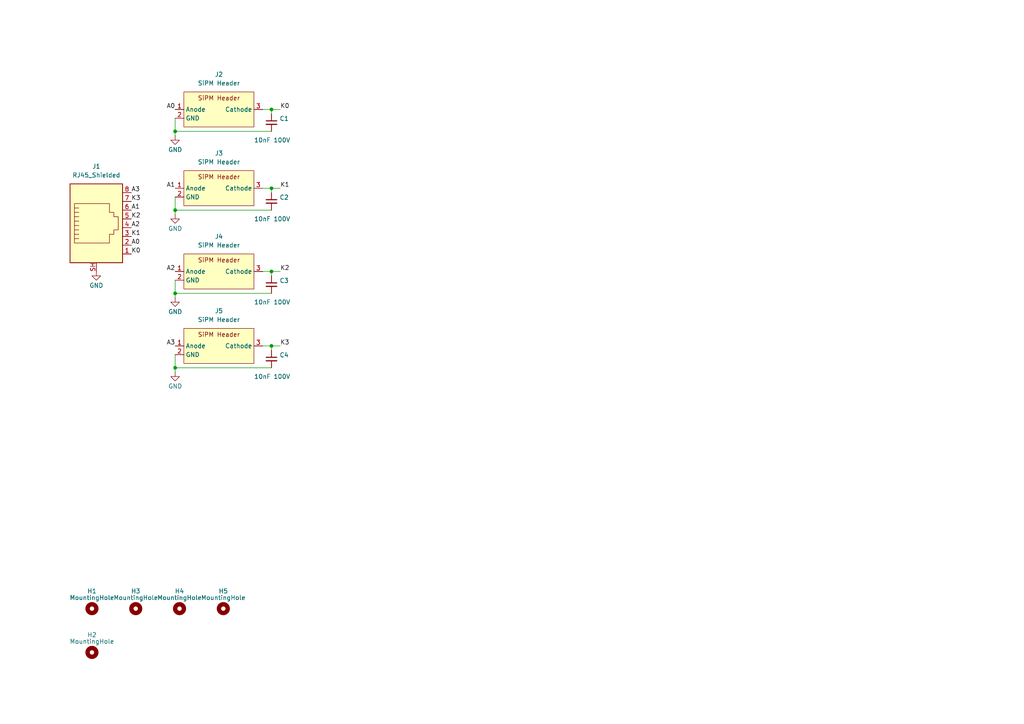
<source format=kicad_sch>
(kicad_sch (version 20250114) (generator "eeschema") (generator_version "9.0")
  (paper "A4")
  (title_block (title "DarkQuest Quad SiPM Motherboard") (date "2025-06-12") (rev "11") (company "Boston University Department of Physics") (comment 1 "Accepts chip carrier with SiPM") (comment 2 "Pins go on motherboard and sockets go on chip carrier"))
  (lib_symbols
    (symbol "Connector:RJ45_Shielded" (pin_names (offset 1.016))
      (property "Reference" "J" (at -5.08 13.97 0))
      (property "Value" "RJ45_Shielded" (at 2.54 13.97 0))
      (symbol "RJ45_Shielded_0_1"
        (polyline (pts (xy -6.35 1.905) (xy -5.08 1.905) (xy -5.08 1.905)))
        (polyline (pts (xy -6.35 0.635) (xy -5.08 0.635) (xy -5.08 0.635)))
        (polyline (pts (xy -6.35 -0.635) (xy -5.08 -0.635) (xy -5.08 -0.635)))
        (polyline (pts (xy -6.35 -1.905) (xy -5.08 -1.905) (xy -5.08 -1.905)))
        (polyline (pts (xy -6.35 -3.175) (xy -5.08 -3.175) (xy -5.08 -3.175)))
        (polyline (pts (xy -6.35 -4.445) (xy -6.35 6.985) (xy 3.81 6.985) (xy 3.81 4.445) (xy 5.08 4.445) (xy 5.08 3.175) (xy 6.35 3.175) (xy 6.35 -0.635) (xy 5.08 -0.635) (xy 5.08 -1.905) (xy 3.81 -1.905) (xy 3.81 -4.445) (xy -6.35 -4.445) (xy -6.35 -4.445)))
        (polyline (pts (xy -5.08 5.715) (xy -6.35 5.715)))
        (polyline (pts (xy -5.08 4.445) (xy -6.35 4.445)))
        (polyline (pts (xy -5.08 3.175) (xy -6.35 3.175) (xy -6.35 3.175)))
        (rectangle (start 7.62 12.7) (end -7.62 -10.16) (stroke (width 0.254)) (fill (type background)))
      )
      (symbol "RJ45_Shielded_1_1"
        (pin passive line (at 0 -12.7 90) (length 2.54) (name "~") (number "SH"))
        (pin passive line (at 10.16 10.16 180) (length 2.54) (name "~") (number "8"))
        (pin passive line (at 10.16 7.62 180) (length 2.54) (name "~") (number "7"))
        (pin passive line (at 10.16 5.08 180) (length 2.54) (name "~") (number "6"))
        (pin passive line (at 10.16 2.54 180) (length 2.54) (name "~") (number "5"))
        (pin passive line (at 10.16 0 180) (length 2.54) (name "~") (number "4"))
        (pin passive line (at 10.16 -2.54 180) (length 2.54) (name "~") (number "3"))
        (pin passive line (at 10.16 -5.08 180) (length 2.54) (name "~") (number "2"))
        (pin passive line (at 10.16 -7.62 180) (length 2.54) (name "~") (number "1"))
      )
    )
    (symbol "Device:C_Small" (pin_numbers (hide yes)) (pin_names (offset 0.254) (hide yes))
      (property "Reference" "C" (at 0.254 1.778 0))
      (property "Value" "C_Small" (at 0.254 -2.032 0))
      (symbol "C_Small_0_1"
        (polyline (pts (xy -1.524 0.508) (xy 1.524 0.508)) (stroke (width 0.3048)))
        (polyline (pts (xy -1.524 -0.508) (xy 1.524 -0.508)) (stroke (width 0.3302)))
      )
      (symbol "C_Small_1_1"
        (pin passive line (at 0 2.54 270) (length 2.032) (name "~") (number "1"))
        (pin passive line (at 0 -2.54 90) (length 2.032) (name "~") (number "2"))
      )
    )
    (symbol "Mechanical:MountingHole" (pin_names (offset 1.016))
      (property "Reference" "H" (at 0 5.08 0))
      (property "Value" "MountingHole" (at 0 3.175 0))
      (symbol "MountingHole_0_1"
        (circle (center 0 0) (radius 1.27) (stroke (width 1.27)))
      )
    )
    (symbol "SiPMConnector:SiPM_Header"
      (property "Reference" "J" (at 0 8.382 0))
      (property "Value" "SiPM Header" (at 0.254 6.35 0))
      (symbol "SiPM_Header_1_1"
        (rectangle (start -10.16 5.08) (end 10.16 -5.08) (fill (type background)))
        (text "SiPM Header" (at 0 3.302 0) (effects (font (size 1.27 1.27))))
        (pin output line (at -12.7 0 0) (length 2.54) (name "Anode") (number "1"))
        (pin power_in line (at -12.7 -2.54 0) (length 2.54) (name "GND") (number "2"))
        (pin input line (at 12.7 0 180) (length 2.54) (name "Cathode") (number "3"))
      )
    )
    (symbol "power:GND1" (power) (pin_numbers (hide yes)) (pin_names (offset 0) (hide yes))
      (property "Value" "GND1" (at 0 -3.81 0))
      (symbol "GND1_0_1"
        (polyline (pts (xy 0 0) (xy 0 -1.27) (xy 1.27 -1.27) (xy 0 -2.54) (xy -1.27 -1.27) (xy 0 -1.27)))
      )
      (symbol "GND1_1_1"
        (pin power_in line (at 0 0 270) (length 0) (name "~") (number "1"))
      )
    )
  )
  (junction (at 78.74 31.75))
  (junction (at 78.74 54.61))
  (junction (at 50.8 106.68))
  (junction (at 78.74 100.33))
  (junction (at 78.74 78.74))
  (junction (at 50.8 85.09))
  (junction (at 50.8 60.96))
  (junction (at 50.8 38.1))
  (wire (pts (xy 50.8 106.68) (xy 50.8 102.87)))
  (wire (pts (xy 50.8 39.37) (xy 50.8 38.1)))
  (wire (pts (xy 78.74 54.61) (xy 76.2 54.61)))
  (wire (pts (xy 81.28 31.75) (xy 78.74 31.75)))
  (wire (pts (xy 50.8 107.95) (xy 50.8 106.68)))
  (wire (pts (xy 78.74 31.75) (xy 76.2 31.75)))
  (wire (pts (xy 78.74 78.74) (xy 76.2 78.74)))
  (wire (pts (xy 50.8 85.09) (xy 50.8 81.28)))
  (wire (pts (xy 50.8 60.96) (xy 78.74 60.96)))
  (wire (pts (xy 78.74 55.88) (xy 78.74 54.61)))
  (wire (pts (xy 78.74 80.01) (xy 78.74 78.74)))
  (wire (pts (xy 78.74 33.02) (xy 78.74 31.75)))
  (wire (pts (xy 50.8 106.68) (xy 78.74 106.68)))
  (wire (pts (xy 78.74 100.33) (xy 76.2 100.33)))
  (wire (pts (xy 81.28 100.33) (xy 78.74 100.33)))
  (wire (pts (xy 78.74 101.6) (xy 78.74 100.33)))
  (wire (pts (xy 50.8 60.96) (xy 50.8 57.15)))
  (wire (pts (xy 50.8 38.1) (xy 50.8 34.29)))
  (wire (pts (xy 81.28 78.74) (xy 78.74 78.74)))
  (wire (pts (xy 50.8 38.1) (xy 78.74 38.1)))
  (wire (pts (xy 81.28 54.61) (xy 78.74 54.61)))
  (wire (pts (xy 50.8 86.36) (xy 50.8 85.09)))
  (wire (pts (xy 50.8 62.23) (xy 50.8 60.96)))
  (wire (pts (xy 50.8 85.09) (xy 78.74 85.09)))
  (label "K3" (at 81.28 100.33 0))
  (label "K0" (at 38.1 73.66 0))
  (label "K1" (at 81.28 54.61 0))
  (label "A2" (at 50.8 78.74 180))
  (label "K2" (at 81.28 78.74 0))
  (label "A1" (at 50.8 54.61 180))
  (label "K2" (at 38.1 63.5 0))
  (label "A1" (at 38.1 60.96 0))
  (label "A0" (at 38.1 71.12 0))
  (label "A3" (at 50.8 100.33 180))
  (label "A3" (at 38.1 55.88 0))
  (label "K3" (at 38.1 58.42 0))
  (label "K1" (at 38.1 68.58 0))
  (label "K0" (at 81.28 31.75 0))
  (label "A0" (at 50.8 31.75 180))
  (label "A2" (at 38.1 66.04 0))
  (symbol (lib_id "Device:C_Small") (at 78.74 82.55 0) (unit 1)
    (property "Reference" "C3" (at 81.0768 81.3816 0) (effects (justify left)))
    (property "Value" "10nF 100V" (at 73.66 87.63 0) (effects (justify left)))
    (property "Footprint" "Capacitor_SMD:C_1206_3216Metric_Pad1.33x1.80mm_HandSolder" (effects (hide yes)))
    (property "DigiKey" "399-17911-1-ND" (effects (hide yes)))
  )
  (symbol (lib_id "Mechanical:MountingHole") (at 26.67 176.53 0) (unit 1)
    (property "Reference" "H1" (at 26.67 171.45 0))
    (property "Value" "MountingHole" (at 26.67 173.355 0))
    (property "Footprint" "quad_sipm:MountingHole_6.4_pad" (effects (hide yes)))
  )
  (symbol (lib_id "Mechanical:MountingHole") (at 39.37 176.53 0) (unit 1)
    (property "Reference" "H3" (at 39.37 171.45 0))
    (property "Value" "MountingHole" (at 39.37 173.355 0))
    (property "Footprint" "quad_sipm:MountingHole_6.4_pad" (effects (hide yes)))
  )
  (symbol (lib_id "Mechanical:MountingHole") (at 52.07 176.53 0) (unit 1)
    (property "Reference" "H4" (at 52.07 171.45 0))
    (property "Value" "MountingHole" (at 52.07 173.355 0))
    (property "Footprint" "quad_sipm:MountingHole_6.4_pad" (effects (hide yes)))
  )
  (symbol (lib_id "Mechanical:MountingHole") (at 64.77 176.53 0) (unit 1)
    (property "Reference" "H5" (at 64.77 171.45 0))
    (property "Value" "MountingHole" (at 64.77 173.355 0))
    (property "Footprint" "quad_sipm:MountingHole_6.4_pad" (effects (hide yes)))
  )
  (symbol (lib_id "Mechanical:MountingHole") (at 26.67 189.23 0) (unit 1)
    (property "Reference" "H2" (at 26.67 184.15 0))
    (property "Value" "MountingHole" (at 26.67 186.055 0))
    (property "Footprint" "quad_sipm:MountingHole_8.4mm_M8_Pad" (effects (hide yes)))
  )
  (symbol (lib_id "SiPMConnector:SiPM_Header") (at 63.5 100.33 0) (unit 1)
    (property "Reference" "J5" (at 63.5 90.17 0))
    (property "Value" "SiPM Header" (at 63.5 92.71 0))
    (property "Footprint" "RJJS-88-122-E7V-022:chip_carrier_pin_header" (effects (hide yes)))
  )
  (symbol (lib_id "SiPMConnector:SiPM_Header") (at 63.5 31.75 0) (unit 1)
    (property "Reference" "J2" (at 63.5 21.59 0))
    (property "Value" "SiPM Header" (at 63.5 24.13 0))
    (property "Footprint" "RJJS-88-122-E7V-022:chip_carrier_pin_header" (effects (hide yes)))
  )
  (symbol (lib_id "power:GND1") (at 27.94 78.74 0) (unit 1)
    (property "Reference" "#PWR01" (effects (hide yes)))
    (property "Value" "GND" (at 25.908 82.804 0) (effects (justify left)))
    (property "Description" "Power symbol creates a global label with name \"GND1\" , ground" (effects (hide yes)))
  )
  (symbol (lib_id "SiPMConnector:SiPM_Header") (at 63.5 78.74 0) (unit 1)
    (property "Reference" "J4" (at 63.5 68.58 0))
    (property "Value" "SiPM Header" (at 63.5 71.12 0))
    (property "Footprint" "RJJS-88-122-E7V-022:chip_carrier_pin_header" (effects (hide yes)))
  )
  (symbol (lib_id "Connector:RJ45_Shielded") (at 27.94 66.04 0) (unit 1)
    (property "Reference" "J1" (at 27.94 48.26 0))
    (property "Value" "RJ45_Shielded" (at 27.94 50.8 0))
    (property "Footprint" "RJJS-88-122-E7V-022:RJJS-88-122-E7V-022" (effects (hide yes)))
    (property "Description" "RJ connector, 8P8C (8 positions 8 connected), Shielded" (effects (hide yes)))
  )
  (symbol (lib_id "power:GND1") (at 50.8 39.37 0) (unit 1)
    (property "Reference" "#PWR02" (effects (hide yes)))
    (property "Value" "GND" (at 48.768 43.434 0) (effects (justify left)))
    (property "Description" "Power symbol creates a global label with name \"GND1\" , ground" (effects (hide yes)))
  )
  (symbol (lib_id "power:GND1") (at 50.8 107.95 0) (unit 1)
    (property "Reference" "#PWR05" (effects (hide yes)))
    (property "Value" "GND" (at 48.768 112.014 0) (effects (justify left)))
    (property "Description" "Power symbol creates a global label with name \"GND1\" , ground" (effects (hide yes)))
  )
  (symbol (lib_id "power:GND1") (at 50.8 62.23 0) (unit 1)
    (property "Reference" "#PWR03" (effects (hide yes)))
    (property "Value" "GND" (at 48.768 66.294 0) (effects (justify left)))
    (property "Description" "Power symbol creates a global label with name \"GND1\" , ground" (effects (hide yes)))
  )
  (symbol (lib_id "Device:C_Small") (at 78.74 58.42 0) (unit 1)
    (property "Reference" "C2" (at 81.0768 57.2516 0) (effects (justify left)))
    (property "Value" "10nF 100V" (at 73.66 63.5 0) (effects (justify left)))
    (property "Footprint" "Capacitor_SMD:C_1206_3216Metric_Pad1.33x1.80mm_HandSolder" (effects (hide yes)))
    (property "DigiKey" "399-17911-1-ND" (effects (hide yes)))
  )
  (symbol (lib_id "SiPMConnector:SiPM_Header") (at 63.5 54.61 0) (unit 1)
    (property "Reference" "J3" (at 63.5 44.45 0))
    (property "Value" "SiPM Header" (at 63.5 46.99 0))
    (property "Footprint" "RJJS-88-122-E7V-022:chip_carrier_pin_header" (effects (hide yes)))
  )
  (symbol (lib_id "Device:C_Small") (at 78.74 35.56 0) (unit 1)
    (property "Reference" "C1" (at 81.0768 34.3916 0) (effects (justify left)))
    (property "Value" "10nF 100V" (at 73.66 40.64 0) (effects (justify left)))
    (property "Footprint" "Capacitor_SMD:C_1206_3216Metric_Pad1.33x1.80mm_HandSolder" (effects (hide yes)))
    (property "DigiKey" "399-17911-1-ND" (effects (hide yes)))
  )
  (symbol (lib_id "Device:C_Small") (at 78.74 104.14 0) (unit 1)
    (property "Reference" "C4" (at 81.0768 102.9716 0) (effects (justify left)))
    (property "Value" "10nF 100V" (at 73.66 109.22 0) (effects (justify left)))
    (property "Footprint" "Capacitor_SMD:C_1206_3216Metric_Pad1.33x1.80mm_HandSolder" (effects (hide yes)))
    (property "DigiKey" "399-17911-1-ND" (effects (hide yes)))
  )
  (symbol (lib_id "power:GND1") (at 50.8 86.36 0) (unit 1)
    (property "Reference" "#PWR04" (effects (hide yes)))
    (property "Value" "GND" (at 48.768 90.424 0) (effects (justify left)))
    (property "Description" "Power symbol creates a global label with name \"GND1\" , ground" (effects (hide yes)))
  )
)
</source>
